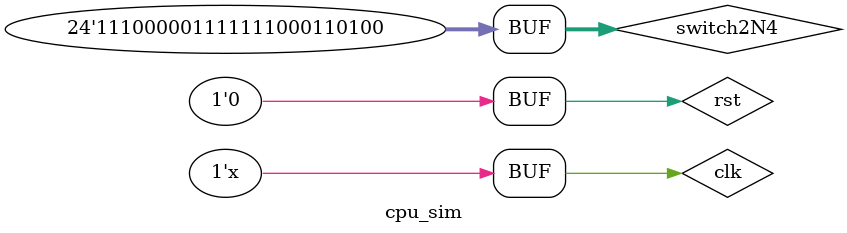
<source format=v>
`timescale 1ns / 1ps

module cpu_sim();
    reg clk = 0;
    reg rst = 1;
    reg[23:0] switch2N4= 24'h00_1234;
    wire[23:0] led2N4;
    
    cpu u (.clk(clk),.rst(rst),.switch2N4(switch2N4),.led2N4(led2N4));
    initial begin
        #7000 rst = 0;
        #500 switch2N4 = 24'b0010_0000_0001_0010_0011_0100;
        #500 switch2N4 = 24'b0100_0000_0001_0010_0011_0100;
        #500 switch2N4 = 24'b0110_0000_0001_0010_0011_0100;
        #500 switch2N4 = 24'b1010_0000_0001_0010_0011_0100;
        #500 switch2N4 = 24'b1100_0000_0001_0010_0011_0100;
        #500 switch2N4 = 24'b1110_0000_0001_0010_0011_0100;
        
        #500 switch2N4 = 24'b1000_0000_0001_0010_0011_0100;
        
        #500 switch2N4 = 24'b0010_0000_1111_1110_0011_0100;
        #500 switch2N4 = 24'b0100_0000_1111_1110_0011_0100;
        #500 switch2N4 = 24'b0110_0000_1111_1110_0011_0100;
        #500 switch2N4 = 24'b1010_0000_1111_1110_0011_0100;
        #500 switch2N4 = 24'b1100_0000_1111_1110_0011_0100;
        #500 switch2N4 = 24'b1110_0000_1111_1110_0011_0100;
    end
    always #10 clk=~clk;
        
endmodule
</source>
